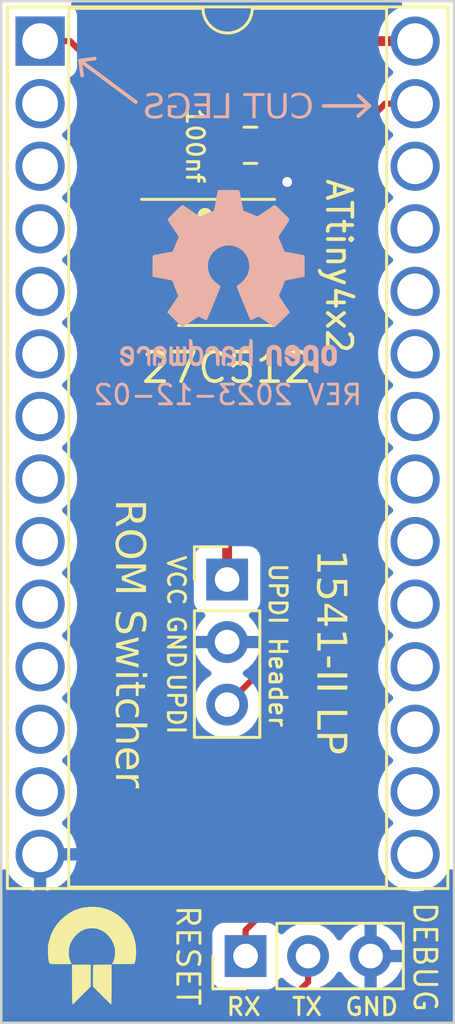
<source format=kicad_pcb>
(kicad_pcb (version 20221018) (generator pcbnew)
  (layers (0 "F.Cu" signal) (31 "B.Cu" signal) (34 "B.Paste" user) (35 "F.Paste" user) (36 "B.SilkS" user "B.Silkscreen") (37 "F.SilkS" user "F.Silkscreen") (38 "B.Mask" user) (39 "F.Mask" user) (44 "Edge.Cuts" user))
  (property "REV" "2023-12-02")
  (net 0 "")
  (net 1 "GND")
  (net 2 "VCC")
  (net 3 "/UPDI")
  (net 4 "/TX")
  (net 29 "/A15")
  (net 30 "/A14")
  (net 31 "/RX")
  (footprint "Package_SO:SOIC-8_3.9x4.9mm_P1.27mm" (layer "F.Cu") (at 174.245 101.475)
    (fp_text reference "U2" hide)
    (fp_text value "ATtiny402-SS" hide)
    (fp_line (start 0 -2.56) (end -3.45 -2.56) (stroke (width 0.12)) (layer "F.SilkS"))
    (fp_line (start 0 -2.56) (end 1.95 -2.56) (stroke (width 0.12)) (layer "F.SilkS"))
    (fp_line (start 0 2.56) (end -1.95 2.56) (stroke (width 0.12)) (layer "F.SilkS"))
    (fp_line (start 0 2.56) (end 1.95 2.56) (stroke (width 0.12)) (layer "F.SilkS"))
    (pad "1" smd roundrect (at -2.475 -1.905) (size 1.95 0.6) (layers "F.Cu" "F.Paste" "F.Mask") (net 2 "VCC"))
    (pad "2" smd roundrect (at -2.475 -0.635) (size 1.95 0.6) (layers "F.Cu" "F.Paste" "F.Mask") (net 29 "/A15"))
    (pad "3" smd roundrect (at -2.475 0.635) (size 1.95 0.6) (layers "F.Cu" "F.Paste" "F.Mask"))
    (pad "4" smd roundrect (at -2.475 1.905) (size 1.95 0.6) (layers "F.Cu" "F.Paste" "F.Mask") (net 4 "/TX"))
    (pad "5" smd roundrect (at 2.475 1.905) (size 1.95 0.6) (layers "F.Cu" "F.Paste" "F.Mask") (net 31 "/RX"))
    (pad "6" smd roundrect (at 2.475 0.635) (size 1.95 0.6) (layers "F.Cu" "F.Paste" "F.Mask") (net 3 "/UPDI"))
    (pad "7" smd roundrect (at 2.475 -0.635) (size 1.95 0.6) (layers "F.Cu" "F.Paste" "F.Mask") (net 30 "/A14"))
    (pad "8" smd roundrect (at 2.475 -1.905) (size 1.95 0.6) (layers "F.Cu" "F.Paste" "F.Mask") (net 1 "GND"))
  )
  (footprint "Connector_PinHeader_2.54mm:PinHeader_1x03_P2.54mm_Vertical" (layer "F.Cu") (at 174.27 114.35)
    (fp_text reference "J1" hide)
    (fp_text value "UPDI Header" hide)
    (fp_line (start -1.33 -1.33) (end 0 -1.33) (stroke (width 0.12)) (layer "F.SilkS"))
    (fp_line (start -1.33 0) (end -1.33 -1.33) (stroke (width 0.12)) (layer "F.SilkS"))
    (fp_line (start -1.33 1.27) (end -1.33 6.41) (stroke (width 0.12)) (layer "F.SilkS"))
    (fp_line (start -1.33 1.27) (end 1.33 1.27) (stroke (width 0.12)) (layer "F.SilkS"))
    (fp_line (start -1.33 6.41) (end 1.33 6.41) (stroke (width 0.12)) (layer "F.SilkS"))
    (fp_line (start 1.33 1.27) (end 1.33 6.41) (stroke (width 0.12)) (layer "F.SilkS"))
    (pad "1" thru_hole rect (at 0 0) (size 1.7 1.7) (drill 1) (layers "*.Cu" "*.Mask") (net 2 "VCC"))
    (pad "2" thru_hole oval (at 0 2.54) (size 1.7 1.7) (drill 1) (layers "*.Cu" "*.Mask") (net 1 "GND"))
    (pad "3" thru_hole oval (at 0 5.08) (size 1.7 1.7) (drill 1) (layers "*.Cu" "*.Mask") (net 3 "/UPDI"))
  )
  (footprint "1541-II-low-profile-rom-switcher:DIP-28_W15.24mm_Socket_Wide_Holes" (layer "F.Cu") (at 166.67 92.49)
    (fp_text reference "U1" hide)
    (fp_text value "27C512" hide)
    (fp_line (start -1.33 -1.39) (end -1.33 34.41) (stroke (width 0.12)) (layer "F.SilkS"))
    (fp_line (start -1.33 34.41) (end 16.57 34.41) (stroke (width 0.12)) (layer "F.SilkS"))
    (fp_line (start 1.16 -1.33) (end 1.16 34.35) (stroke (width 0.12)) (layer "F.SilkS"))
    (fp_line (start 1.16 34.35) (end 14.08 34.35) (stroke (width 0.12)) (layer "F.SilkS"))
    (fp_line (start 6.62 -1.33) (end 1.16 -1.33) (stroke (width 0.12)) (layer "F.SilkS"))
    (fp_line (start 14.08 -1.33) (end 8.62 -1.33) (stroke (width 0.12)) (layer "F.SilkS"))
    (fp_line (start 14.08 34.35) (end 14.08 -1.33) (stroke (width 0.12)) (layer "F.SilkS"))
    (fp_line (start 16.57 -1.39) (end -1.33 -1.39) (stroke (width 0.12)) (layer "F.SilkS"))
    (fp_line (start 16.57 34.41) (end 16.57 -1.39) (stroke (width 0.12)) (layer "F.SilkS"))
    (fp_arc (start 8.62 -1.33) (mid 7.62 -0.33) (end 6.62 -1.33) (stroke (width 0.12)) (layer "F.SilkS"))
    (pad "1" thru_hole rect locked (at 0 0) (size 2 2) (drill 1.45) (layers "*.Cu" "*.Mask") (net 29 "/A15"))
    (pad "2" thru_hole oval locked (at 0 2.54) (size 2 2) (drill 1.45) (layers "*.Cu" "*.Mask"))
    (pad "3" thru_hole oval locked (at 0 5.08) (size 2 2) (drill 1.45) (layers "*.Cu" "*.Mask"))
    (pad "4" thru_hole oval locked (at 0 7.62) (size 2 2) (drill 1.45) (layers "*.Cu" "*.Mask"))
    (pad "5" thru_hole oval locked (at 0 10.16) (size 2 2) (drill 1.45) (layers "*.Cu" "*.Mask"))
    (pad "6" thru_hole oval locked (at 0 12.7) (size 2 2) (drill 1.45) (layers "*.Cu" "*.Mask"))
    (pad "7" thru_hole oval locked (at 0 15.24) (size 2 2) (drill 1.45) (layers "*.Cu" "*.Mask"))
    (pad "8" thru_hole oval locked (at 0 17.78) (size 2 2) (drill 1.45) (layers "*.Cu" "*.Mask"))
    (pad "9" thru_hole oval locked (at 0 20.32) (size 2 2) (drill 1.45) (layers "*.Cu" "*.Mask"))
    (pad "10" thru_hole oval locked (at 0 22.86) (size 2 2) (drill 1.45) (layers "*.Cu" "*.Mask"))
    (pad "11" thru_hole oval locked (at 0 25.4) (size 2 2) (drill 1.45) (layers "*.Cu" "*.Mask"))
    (pad "12" thru_hole oval locked (at 0 27.94) (size 2 2) (drill 1.45) (layers "*.Cu" "*.Mask"))
    (pad "13" thru_hole oval locked (at 0 30.48) (size 2 2) (drill 1.45) (layers "*.Cu" "*.Mask"))
    (pad "14" thru_hole oval locked (at 0 33.02) (size 2 2) (drill 1.45) (layers "*.Cu" "*.Mask") (net 1 "GND"))
    (pad "15" thru_hole oval locked (at 15.24 33.02) (size 2 2) (drill 1.45) (layers "*.Cu" "*.Mask"))
    (pad "16" thru_hole oval locked (at 15.24 30.48) (size 2 2) (drill 1.45) (layers "*.Cu" "*.Mask"))
    (pad "17" thru_hole oval locked (at 15.24 27.94) (size 2 2) (drill 1.45) (layers "*.Cu" "*.Mask"))
    (pad "18" thru_hole oval locked (at 15.24 25.4) (size 2 2) (drill 1.45) (layers "*.Cu" "*.Mask"))
    (pad "19" thru_hole oval locked (at 15.24 22.86) (size 2 2) (drill 1.45) (layers "*.Cu" "*.Mask"))
    (pad "20" thru_hole oval locked (at 15.24 20.32) (size 2 2) (drill 1.45) (layers "*.Cu" "*.Mask"))
    (pad "21" thru_hole oval locked (at 15.24 17.78) (size 2 2) (drill 1.45) (layers "*.Cu" "*.Mask"))
    (pad "22" thru_hole oval locked (at 15.24 15.24) (size 2 2) (drill 1.45) (layers "*.Cu" "*.Mask"))
    (pad "23" thru_hole oval locked (at 15.24 12.7) (size 2 2) (drill 1.45) (layers "*.Cu" "*.Mask"))
    (pad "24" thru_hole oval locked (at 15.24 10.16) (size 2 2) (drill 1.45) (layers "*.Cu" "*.Mask"))
    (pad "25" thru_hole oval locked (at 15.24 7.62) (size 2 2) (drill 1.45) (layers "*.Cu" "*.Mask"))
    (pad "26" thru_hole oval locked (at 15.24 5.08) (size 2 2) (drill 1.45) (layers "*.Cu" "*.Mask"))
    (pad "27" thru_hole oval locked (at 15.24 2.54) (size 2 2) (drill 1.45) (layers "*.Cu" "*.Mask") (net 30 "/A14"))
    (pad "28" thru_hole oval locked (at 15.24 0) (size 2 2) (drill 1.45) (layers "*.Cu" "*.Mask") (net 2 "VCC"))
  )
  (footprint "Connector_PinHeader_2.54mm:PinHeader_1x03_P2.54mm_Vertical" (layer "F.Cu") (at 175.02 129.64 90)
    (fp_text reference "J2" hide)
    (fp_text value "UART" hide)
    (fp_line (start -1.33 -1.33) (end 0 -1.33) (stroke (width 0.12)) (layer "F.SilkS"))
    (fp_line (start -1.33 0) (end -1.33 -1.33) (stroke (width 0.12)) (layer "F.SilkS"))
    (fp_line (start -1.33 1.27) (end -1.33 6.41) (stroke (width 0.12)) (layer "F.SilkS"))
    (fp_line (start -1.33 1.27) (end 1.33 1.27) (stroke (width 0.12)) (layer "F.SilkS"))
    (fp_line (start -1.33 6.41) (end 1.33 6.41) (stroke (width 0.12)) (layer "F.SilkS"))
    (fp_line (start 1.33 1.27) (end 1.33 6.41) (stroke (width 0.12)) (layer "F.SilkS"))
    (pad "1" thru_hole rect (at 0 0 90) (size 1.7 1.7) (drill 1) (layers "*.Cu" "*.Mask") (net 31 "/RX"))
    (pad "2" thru_hole oval (at 0 2.54 90) (size 1.7 1.7) (drill 1) (layers "*.Cu" "*.Mask") (net 4 "/TX"))
    (pad "3" thru_hole oval (at 0 5.08 90) (size 1.7 1.7) (drill 1) (layers "*.Cu" "*.Mask") (net 1 "GND"))
  )
  (footprint "1541-II-low-profile-rom-switcher:c_logo" (layer "F.Cu") (at 168.78 129.63 -90)
    (fp_text reference "G***" hide)
    (fp_text value "LOGO" hide)
    (fp_poly (pts (xy 1.616719 0.421324) (xy 1.986888 0.79178) (xy 1.881144 0.802833) (xy 1.841289 0.80523) (xy 1.771763 0.807448) (xy 1.676806 0.80943) (xy 1.56066 0.811118) (xy 1.427564 0.812455) (xy 1.281761 0.813383) (xy 1.127489 0.813844) (xy 1.065737 0.813885) (xy 0.356074 0.813885) (xy 0.356074 0.432377) (xy 0.356074 0.050868) (xy 0.801312 0.050868) (xy 1.24655 0.050868)) (fill solid) (layer "F.SilkS"))
    (fp_poly (pts (xy 1.332469 -0.79667) (xy 1.484167 -0.795926) (xy 1.621775 -0.794751) (xy 1.742018 -0.793194) (xy 1.841619 -0.791309) (xy 1.917301 -0.789147) (xy 1.965787 -0.78676) (xy 1.983803 -0.784199) (xy 1.983845 -0.784068) (xy 1.972289 -0.769332) (xy 1.939564 -0.733731) (xy 1.888582 -0.680276) (xy 1.822255 -0.61198) (xy 1.743495 -0.531854) (xy 1.655215 -0.442908) (xy 1.614912 -0.402559) (xy 1.245979 -0.033912) (xy 0.822221 -0.03525) (xy 0.704933 -0.035949) (xy 0.598398 -0.037207) (xy 0.507466 -0.038919) (xy 0.436985 -0.040974) (xy 0.391805 -0.043267) (xy 0.377269 -0.045141) (xy 0.369895 -0.05672) (xy 0.364297 -0.086873) (xy 0.360296 -0.138804) (xy 0.357715 -0.215713) (xy 0.356374 -0.320803) (xy 0.356074 -0.425311) (xy 0.356074 -0.796929) (xy 1.16996 -0.796929)) (fill solid) (layer "F.SilkS"))
    (fp_poly (pts (xy -0.078709 -1.792802) (xy 0.051808 -1.783512) (xy 0.160002 -1.768348) (xy 0.228905 -1.751744) (xy 0.33064 -1.719651) (xy 0.335157 -1.266282) (xy 0.339674 -0.812912) (xy 0.275811 -0.84544) (xy 0.163232 -0.889515) (xy 0.031758 -0.91981) (xy -0.106868 -0.93504) (xy -0.240901 -0.933915) (xy -0.358597 -0.91515) (xy -0.359082 -0.915021) (xy -0.528636 -0.85417) (xy -0.68389 -0.767455) (xy -0.82128 -0.65836) (xy -0.937243 -0.530371) (xy -1.028215 -0.386971) (xy -1.090632 -0.231644) (xy -1.102004 -0.188635) (xy -1.114748 -0.097669) (xy -1.116852 0.010947) (xy -1.109141 0.12414) (xy -1.09244 0.228841) (xy -1.070919 0.303685) (xy -0.994563 0.45615) (xy -0.890164 0.595983) (xy -0.762639 0.718536) (xy -0.616903 0.819165) (xy -0.457872 0.893223) (xy -0.440855 0.899183) (xy -0.301878 0.93289) (xy -0.152783 0.945593) (xy -0.003206 0.937765) (xy 0.137217 0.909883) (xy 0.254025 0.864913) (xy 0.296473 0.844224) (xy 0.324943 0.832132) (xy 0.329965 0.830841) (xy 0.332422 0.847055) (xy 0.33463 0.892724) (xy 0.336496 0.963396) (xy 0.337927 1.054614) (xy 0.338832 1.161924) (xy 0.339118 1.271099) (xy 0.339429 1.40884) (xy 0.339307 1.516632) (xy 0.337169 1.598418) (xy 0.331433 1.658141) (xy 0.320516 1.699744) (xy 0.302835 1.727171) (xy 0.276807 1.744364) (xy 0.24085 1.755267) (xy 0.193382 1.763823) (xy 0.137627 1.77311) (xy 0.064701 1.782306) (xy -0.030744 1.789029) (xy -0.137871 1.79305) (xy -0.245846 1.794139) (xy -0.343831 1.792069) (xy -0.420993 1.786608) (xy -0.432377 1.785172) (xy -0.515921 1.769334) (xy -0.618748 1.743546) (xy -0.728964 1.711204) (xy -0.834679 1.675705) (xy -0.89225 1.6538) (xy -1.088751 1.557641) (xy -1.273925 1.43397) (xy -1.444467 1.286769) (xy -1.597074 1.12002) (xy -1.728441 0.937706) (xy -1.835265 0.74381) (xy -1.91424 0.542312) (xy -1.956455 0.37114) (xy -1.988475 0.109065) (xy -1.988632 -0.141476) (xy -1.956888 -0.380668) (xy -1.893202 -0.608695) (xy -1.797535 -0.825744) (xy -1.669846 -1.032) (xy -1.648539 -1.061198) (xy -1.48537 -1.253619) (xy -1.303853 -1.41777) (xy -1.105191 -1.553091) (xy -0.890585 -1.65902) (xy -0.661239 -1.734999) (xy -0.418354 -1.780467) (xy -0.163132 -1.794864)) (fill solid) (layer "F.SilkS"))
  )
  (footprint "Capacitor_SMD:C_0805_2012Metric" (layer "F.Cu") (at 175.22 96.72 180)
    (fp_text reference "C1" hide)
    (fp_text value "100nf" hide)
    (fp_line (start -0.261252 -0.735) (end 0.261252 -0.735) (stroke (width 0.12)) (layer "F.SilkS"))
    (fp_line (start -0.261252 0.735) (end 0.261252 0.735) (stroke (width 0.12)) (layer "F.SilkS"))
    (pad "1" smd roundrect (at -0.95 0 180) (size 1 1.45) (layers "F.Cu" "F.Paste" "F.Mask") (net 1 "GND"))
    (pad "2" smd roundrect (at 0.95 0 180) (size 1 1.45) (layers "F.Cu" "F.Paste" "F.Mask") (net 2 "VCC"))
  )
  (footprint "Symbol:OSHW-Logo2_9.8x8mm_SilkScreen" (layer "B.Cu") (at 174.33 102.25 180)
    (fp_text reference "REF**" hide)
    (fp_text value "OSHW-Logo2_9.8x8mm_SilkScreen" hide)
    (fp_poly (pts (xy 3.570807 -2.636782) (xy 3.594161 -2.646988) (xy 3.649902 -2.691134) (xy 3.697569 -2.754967) (xy 3.727048 -2.823087) (xy 3.731846 -2.85667) (xy 3.71576 -2.903556) (xy 3.680475 -2.928365) (xy 3.642644 -2.943387) (xy 3.625321 -2.946155) (xy 3.616886 -2.926066) (xy 3.60023 -2.882351) (xy 3.592923 -2.862598) (xy 3.551948 -2.794271) (xy 3.492622 -2.760191) (xy 3.416552 -2.761239) (xy 3.410918 -2.762581) (xy 3.370305 -2.781836) (xy 3.340448 -2.819375) (xy 3.320055 -2.879809) (xy 3.307836 -2.967751) (xy 3.3025 -3.087813) (xy 3.302 -3.151698) (xy 3.301752 -3.252403) (xy 3.300126 -3.321054) (xy 3.295801 -3.364673) (xy 3.287454 -3.390282) (xy 3.273765 -3.404903) (xy 3.253411 -3.415558) (xy 3.252234 -3.416095) (xy 3.213038 -3.432667) (xy 3.193619 -3.438769) (xy 3.190635 -3.420319) (xy 3.188081 -3.369323) (xy 3.18614 -3.292308) (xy 3.184997 -3.195805) (xy 3.184769 -3.125184) (xy 3.185932 -2.988525) (xy 3.190479 -2.884851) (xy 3.199999 -2.808108) (xy 3.216081 -2.752246) (xy 3.240313 -2.711212) (xy 3.274286 -2.678954) (xy 3.307833 -2.65644) (xy 3.388499 -2.626476) (xy 3.482381 -2.619718) (xy 3.570807 -2.636782)) (stroke (width 0.01)) (fill solid) (layer "B.SilkS"))
    (fp_poly (pts (xy -1.728336 -2.595089) (xy -1.665633 -2.631358) (xy -1.622039 -2.667358) (xy -1.590155 -2.705075) (xy -1.56819 -2.751199) (xy -1.554351 -2.812421) (xy -1.546847 -2.895431) (xy -1.543883 -3.006919) (xy -1.543539 -3.087062) (xy -1.543539 -3.382065) (xy -1.709615 -3.456515) (xy -1.719385 -3.133402) (xy -1.723421 -3.012729) (xy -1.727656 -2.925141) (xy -1.732903 -2.86465) (xy -1.739975 -2.825268) (xy -1.749689 -2.801007) (xy -1.762856 -2.78588) (xy -1.767081 -2.782606) (xy -1.831091 -2.757034) (xy -1.895792 -2.767153) (xy -1.934308 -2.794) (xy -1.949975 -2.813024) (xy -1.96082 -2.837988) (xy -1.967712 -2.875834) (xy -1.971521 -2.933502) (xy -1.973117 -3.017935) (xy -1.973385 -3.105928) (xy -1.973437 -3.216323) (xy -1.975328 -3.294463) (xy -1.981655 -3.347165) (xy -1.995017 -3.381242) (xy -2.018015 -3.403511) (xy -2.053246 -3.420787) (xy -2.100303 -3.438738) (xy -2.151697 -3.458278) (xy -2.145579 -3.111485) (xy -2.143116 -2.986468) (xy -2.140233 -2.894082) (xy -2.136102 -2.827881) (xy -2.129893 -2.78142) (xy -2.120774 -2.748256) (xy -2.107917 -2.721944) (xy -2.092416 -2.698729) (xy -2.017629 -2.624569) (xy -1.926372 -2.581684) (xy -1.827117 -2.571412) (xy -1.728336 -2.595089)) (stroke (width 0.01)) (fill solid) (layer "B.SilkS"))
    (fp_poly (pts (xy 0.713362 -2.62467) (xy 0.802117 -2.657421) (xy 0.874022 -2.71535) (xy 0.902144 -2.756128) (xy 0.932802 -2.830954) (xy 0.932165 -2.885058) (xy 0.899987 -2.921446) (xy 0.888081 -2.927633) (xy 0.836675 -2.946925) (xy 0.810422 -2.941982) (xy 0.80153 -2.909587) (xy 0.801077 -2.891692) (xy 0.784797 -2.825859) (xy 0.742365 -2.779807) (xy 0.683388 -2.757564) (xy 0.617475 -2.763161) (xy 0.563895 -2.792229) (xy 0.545798 -2.80881) (xy 0.532971 -2.828925) (xy 0.524306 -2.859332) (xy 0.518696 -2.906788) (xy 0.515035 -2.97805) (xy 0.512215 -3.079875) (xy 0.511484 -3.112115) (xy 0.50882 -3.22241) (xy 0.505792 -3.300036) (xy 0.50125 -3.351396) (xy 0.494046 -3.38289) (xy 0.483033 -3.40092) (xy 0.46706 -3.411888) (xy 0.456834 -3.416733) (xy 0.413406 -3.433301) (xy 0.387842 -3.438769) (xy 0.379395 -3.420507) (xy 0.374239 -3.365296) (xy 0.372346 -3.272499) (xy 0.373689 -3.141478) (xy 0.374107 -3.121269) (xy 0.377058 -3.001733) (xy 0.380548 -2.914449) (xy 0.385514 -2.852591) (xy 0.392893 -2.809336) (xy 0.403624 -2.77786) (xy 0.418645 -2.751339) (xy 0.426502 -2.739975) (xy 0.471553 -2.689692) (xy 0.52194 -2.650581) (xy 0.528108 -2.647167) (xy 0.618458 -2.620212) (xy 0.713362 -2.62467)) (stroke (width 0.01)) (fill solid) (layer "B.SilkS"))
    (fp_poly (pts (xy -0.840154 -2.49212) (xy -0.834428 -2.57198) (xy -0.827851 -2.619039) (xy -0.818738 -2.639566) (xy -0.805402 -2.639829) (xy -0.801077 -2.637378) (xy -0.743556 -2.619636) (xy -0.668732 -2.620672) (xy -0.592661 -2.63891) (xy -0.545082 -2.662505) (xy -0.496298 -2.700198) (xy -0.460636 -2.742855) (xy -0.436155 -2.797057) (xy -0.420913 -2.869384) (xy -0.41297 -2.966419) (xy -0.410384 -3.094742) (xy -0.410338 -3.119358) (xy -0.410308 -3.39587) (xy -0.471839 -3.41732) (xy -0.515541 -3.431912) (xy -0.539518 -3.438706) (xy -0.540223 -3.438769) (xy -0.542585 -3.420345) (xy -0.544594 -3.369526) (xy -0.546099 -3.292993) (xy -0.546947 -3.19743) (xy -0.547077 -3.139329) (xy -0.547349 -3.024771) (xy -0.548748 -2.942667) (xy -0.552151 -2.886393) (xy -0.558433 -2.849326) (xy -0.568471 -2.824844) (xy -0.583139 -2.806325) (xy -0.592298 -2.797406) (xy -0.655211 -2.761466) (xy -0.723864 -2.758775) (xy -0.786152 -2.78917) (xy -0.797671 -2.800144) (xy -0.814567 -2.820779) (xy -0.826286 -2.845256) (xy -0.833767 -2.880647) (xy -0.837946 -2.934026) (xy -0.839763 -3.012466) (xy -0.840154 -3.120617) (xy -0.840154 -3.39587) (xy -0.901685 -3.41732) (xy -0.945387 -3.431912) (xy -0.969364 -3.438706) (xy -0.97007 -3.438769) (xy -0.971874 -3.420069) (xy -0.9735 -3.367322) (xy -0.974883 -3.285557) (xy -0.975958 -3.179805) (xy -0.97666 -3.055094) (xy -0.976923 -2.916455) (xy -0.976923 -2.381806) (xy -0.849923 -2.328236) (xy -0.840154 -2.49212)) (stroke (width 0.01)) (fill solid) (layer "B.SilkS"))
    (fp_poly (pts (xy 2.395929 -2.636662) (xy 2.398911 -2.688068) (xy 2.401247 -2.766192) (xy 2.402749 -2.864857) (xy 2.403231 -2.968343) (xy 2.403231 -3.318533) (xy 2.341401 -3.380363) (xy 2.298793 -3.418462) (xy 2.26139 -3.433895) (xy 2.21027 -3.432918) (xy 2.189978 -3.430433) (xy 2.126554 -3.4232) (xy 2.074095 -3.419055) (xy 2.061308 -3.418672) (xy 2.018199 -3.421176) (xy 1.956544 -3.427462) (xy 1.932638 -3.430433) (xy 1.873922 -3.435028) (xy 1.834464 -3.425046) (xy 1.795338 -3.394228) (xy 1.781215 -3.380363) (xy 1.719385 -3.318533) (xy 1.719385 -2.663503) (xy 1.76915 -2.640829) (xy 1.812002 -2.624034) (xy 1.837073 -2.618154) (xy 1.843501 -2.636736) (xy 1.849509 -2.688655) (xy 1.854697 -2.768172) (xy 1.858664 -2.869546) (xy 1.860577 -2.955192) (xy 1.865923 -3.292231) (xy 1.91256 -3.298825) (xy 1.954976 -3.294214) (xy 1.97576 -3.279287) (xy 1.98157 -3.251377) (xy 1.98653 -3.191925) (xy 1.990246 -3.108466) (xy 1.992324 -3.008532) (xy 1.992624 -2.957104) (xy 1.992923 -2.661054) (xy 2.054454 -2.639604) (xy 2.098004 -2.62502) (xy 2.121694 -2.618219) (xy 2.122377 -2.618154) (xy 2.124754 -2.636642) (xy 2.127366 -2.687906) (xy 2.129995 -2.765649) (xy 2.132421 -2.863574) (xy 2.134115 -2.955192) (xy 2.139461 -3.292231) (xy 2.256692 -3.292231) (xy 2.262072 -2.984746) (xy 2.267451 -2.677261) (xy 2.324601 -2.647707) (xy 2.366797 -2.627413) (xy 2.39177 -2.618204) (xy 2.392491 -2.618154) (xy 2.395929 -2.636662)) (stroke (width 0.01)) (fill solid) (layer "B.SilkS"))
    (fp_poly (pts (xy -3.983114 -2.587256) (xy -3.891536 -2.635409) (xy -3.823951 -2.712905) (xy -3.799943 -2.762727) (xy -3.781262 -2.837533) (xy -3.771699 -2.932052) (xy -3.770792 -3.03521) (xy -3.778079 -3.135935) (xy -3.793097 -3.223153) (xy -3.815385 -3.285791) (xy -3.822235 -3.296579) (xy -3.903368 -3.377105) (xy -3.999734 -3.425336) (xy -4.104299 -3.43945) (xy -4.210032 -3.417629) (xy -4.239457 -3.404547) (xy -4.296759 -3.364231) (xy -4.34705 -3.310775) (xy -4.351803 -3.303995) (xy -4.371122 -3.271321) (xy -4.383892 -3.236394) (xy -4.391436 -3.190414) (xy -4.395076 -3.124584) (xy -4.396135 -3.030105) (xy -4.396154 -3.008923) (xy -4.396106 -3.002182) (xy -4.200769 -3.002182) (xy -4.199632 -3.091349) (xy -4.195159 -3.15052) (xy -4.185754 -3.188741) (xy -4.169824 -3.215053) (xy -4.161692 -3.223846) (xy -4.114942 -3.257261) (xy -4.069553 -3.255737) (xy -4.02366 -3.226752) (xy -3.996288 -3.195809) (xy -3.980077 -3.150643) (xy -3.970974 -3.07942) (xy -3.970349 -3.071114) (xy -3.968796 -2.942037) (xy -3.985035 -2.846172) (xy -4.018848 -2.784107) (xy -4.070016 -2.756432) (xy -4.08828 -2.754923) (xy -4.13624 -2.762513) (xy -4.169047 -2.788808) (xy -4.189105 -2.839095) (xy -4.198822 -2.918664) (xy -4.200769 -3.002182) (xy -4.396106 -3.002182) (xy -4.395426 -2.908249) (xy -4.392371 -2.837906) (xy -4.385678 -2.789163) (xy -4.37404 -2.753288) (xy -4.356147 -2.721548) (xy -4.352192 -2.715648) (xy -4.285733 -2.636104) (xy -4.213315 -2.589929) (xy -4.125151 -2.571599) (xy -4.095213 -2.570703) (xy -3.983114 -2.587256)) (stroke (width 0.01)) (fill solid) (layer "B.SilkS"))
    (fp_poly (pts (xy 4.245224 -2.647838) (xy 4.322528 -2.698361) (xy 4.359814 -2.74359) (xy 4.389353 -2.825663) (xy 4.391699 -2.890607) (xy 4.386385 -2.977445) (xy 4.186115 -3.065103) (xy 4.088739 -3.109887) (xy 4.025113 -3.145913) (xy 3.992029 -3.177117) (xy 3.98628 -3.207436) (xy 4.004658 -3.240805) (xy 4.024923 -3.262923) (xy 4.083889 -3.298393) (xy 4.148024 -3.300879) (xy 4.206926 -3.273235) (xy 4.250197 -3.21832) (xy 4.257936 -3.198928) (xy 4.295006 -3.138364) (xy 4.337654 -3.112552) (xy 4.396154 -3.090471) (xy 4.396154 -3.174184) (xy 4.390982 -3.23115) (xy 4.370723 -3.279189) (xy 4.328262 -3.334346) (xy 4.321951 -3.341514) (xy 4.27472 -3.390585) (xy 4.234121 -3.41692) (xy 4.183328 -3.429035) (xy 4.14122 -3.433003) (xy 4.065902 -3.433991) (xy 4.012286 -3.421466) (xy 3.978838 -3.402869) (xy 3.926268 -3.361975) (xy 3.889879 -3.317748) (xy 3.86685 -3.262126) (xy 3.854359 -3.187047) (xy 3.849587 -3.084449) (xy 3.849206 -3.032376) (xy 3.850501 -2.969948) (xy 3.968471 -2.969948) (xy 3.969839 -3.003438) (xy 3.973249 -3.008923) (xy 3.995753 -3.001472) (xy 4.044182 -2.981753) (xy 4.108908 -2.953718) (xy 4.122443 -2.947692) (xy 4.204244 -2.906096) (xy 4.249312 -2.869538) (xy 4.259217 -2.835296) (xy 4.235526 -2.800648) (xy 4.21596 -2.785339) (xy 4.14536 -2.754721) (xy 4.07928 -2.75978) (xy 4.023959 -2.797151) (xy 3.985636 -2.863473) (xy 3.973349 -2.916116) (xy 3.968471 -2.969948) (xy 3.850501 -2.969948) (xy 3.85173 -2.91072) (xy 3.861032 -2.82071) (xy 3.87946 -2.755167) (xy 3.90936 -2.706912) (xy 3.95308 -2.668767) (xy 3.972141 -2.65644) (xy 4.058726 -2.624336) (xy 4.153522 -2.622316) (xy 4.245224 -2.647838)) (stroke (width 0.01)) (fill solid) (layer "B.SilkS"))
    (fp_poly (pts (xy 1.602081 -2.780289) (xy 1.601833 -2.92632) (xy 1.600872 -3.038655) (xy 1.598794 -3.122678) (xy 1.595193 -3.183769) (xy 1.589665 -3.227309) (xy 1.581804 -3.258679) (xy 1.571207 -3.283262) (xy 1.563182 -3.297294) (xy 1.496728 -3.373388) (xy 1.41247 -3.421084) (xy 1.319249 -3.438199) (xy 1.2259 -3.422546) (xy 1.170312 -3.394418) (xy 1.111957 -3.34576) (xy 1.072186 -3.286333) (xy 1.04819 -3.208507) (xy 1.037161 -3.104652) (xy 1.035599 -3.028462) (xy 1.035809 -3.022986) (xy 1.172308 -3.022986) (xy 1.173141 -3.110355) (xy 1.176961 -3.168192) (xy 1.185746 -3.206029) (xy 1.201474 -3.233398) (xy 1.220266 -3.254042) (xy 1.283375 -3.29389) (xy 1.351137 -3.297295) (xy 1.415179 -3.264025) (xy 1.420164 -3.259517) (xy 1.441439 -3.236067) (xy 1.454779 -3.208166) (xy 1.462001 -3.166641) (xy 1.464923 -3.102316) (xy 1.465385 -3.0312) (xy 1.464383 -2.941858) (xy 1.460238 -2.882258) (xy 1.451236 -2.843089) (xy 1.435667 -2.81504) (xy 1.422902 -2.800144) (xy 1.3636 -2.762575) (xy 1.295301 -2.758057) (xy 1.23011 -2.786753) (xy 1.217528 -2.797406) (xy 1.196111 -2.821063) (xy 1.182744 -2.849251) (xy 1.175566 -2.891245) (xy 1.172719 -2.956319) (xy 1.172308 -3.022986) (xy 1.035809 -3.022986) (xy 1.040322 -2.905765) (xy 1.056362 -2.813577) (xy 1.086528 -2.744269) (xy 1.133629 -2.690211) (xy 1.170312 -2.662505) (xy 1.23699 -2.632572) (xy 1.314272 -2.618678) (xy 1.38611 -2.622397) (xy 1.426308 -2.6374) (xy 1.442082 -2.64167) (xy 1.45255 -2.62575) (xy 1.459856 -2.583089) (xy 1.465385 -2.518106) (xy 1.471437 -2.445732) (xy 1.479844 -2.402187) (xy 1.495141 -2.377287) (xy 1.521864 -2.360845) (xy 1.538654 -2.353564) (xy 1.602154 -2.326963) (xy 1.602081 -2.780289)) (stroke (width 0.01)) (fill solid) (layer "B.SilkS"))
    (fp_poly (pts (xy -2.465746 -2.599745) (xy -2.388714 -2.651567) (xy -2.329184 -2.726412) (xy -2.293622 -2.821654) (xy -2.286429 -2.891756) (xy -2.287246 -2.921009) (xy -2.294086 -2.943407) (xy -2.312888 -2.963474) (xy -2.349592 -2.985733) (xy -2.410138 -3.014709) (xy -2.500466 -3.054927) (xy -2.500923 -3.055129) (xy -2.584067 -3.09321) (xy -2.652247 -3.127025) (xy -2.698495 -3.152933) (xy -2.715842 -3.167295) (xy -2.715846 -3.167411) (xy -2.700557 -3.198685) (xy -2.664804 -3.233157) (xy -2.623758 -3.25799) (xy -2.602963 -3.262923) (xy -2.54623 -3.245862) (xy -2.497373 -3.203133) (xy -2.473535 -3.156155) (xy -2.450603 -3.121522) (xy -2.405682 -3.082081) (xy -2.352877 -3.048009) (xy -2.30629 -3.02948) (xy -2.296548 -3.028462) (xy -2.285582 -3.045215) (xy -2.284921 -3.088039) (xy -2.29298 -3.145781) (xy -2.308173 -3.207289) (xy -2.328914 -3.261409) (xy -2.329962 -3.26351) (xy -2.392379 -3.35066) (xy -2.473274 -3.409939) (xy -2.565144 -3.439034) (xy -2.660487 -3.435634) (xy -2.751802 -3.397428) (xy -2.755862 -3.394741) (xy -2.827694 -3.329642) (xy -2.874927 -3.244705) (xy -2.901066 -3.133021) (xy -2.904574 -3.101643) (xy -2.910787 -2.953536) (xy -2.903339 -2.884468) (xy -2.715846 -2.884468) (xy -2.71341 -2.927552) (xy -2.700086 -2.940126) (xy -2.666868 -2.930719) (xy -2.614506 -2.908483) (xy -2.555976 -2.88061) (xy -2.554521 -2.879872) (xy -2.504911 -2.853777) (xy -2.485 -2.836363) (xy -2.48991 -2.818107) (xy -2.510584 -2.79412) (xy -2.563181 -2.759406) (xy -2.619823 -2.756856) (xy -2.670631 -2.782119) (xy -2.705724 -2.830847) (xy -2.715846 -2.884468) (xy -2.903339 -2.884468) (xy -2.898008 -2.835036) (xy -2.865222 -2.741055) (xy -2.819579 -2.675215) (xy -2.737198 -2.608681) (xy -2.646454 -2.575676) (xy -2.553815 -2.573573) (xy -2.465746 -2.599745)) (stroke (width 0.01)) (fill solid) (layer "B.SilkS"))
    (fp_poly (pts (xy 0.053501 -2.626303) (xy 0.13006 -2.654733) (xy 0.130936 -2.655279) (xy 0.178285 -2.690127) (xy 0.213241 -2.730852) (xy 0.237825 -2.783925) (xy 0.254062 -2.855814) (xy 0.263975 -2.952992) (xy 0.269586 -3.081928) (xy 0.270077 -3.100298) (xy 0.277141 -3.377287) (xy 0.217695 -3.408028) (xy 0.174681 -3.428802) (xy 0.14871 -3.438646) (xy 0.147509 -3.438769) (xy 0.143014 -3.420606) (xy 0.139444 -3.371612) (xy 0.137248 -3.300031) (xy 0.136769 -3.242068) (xy 0.136758 -3.14817) (xy 0.132466 -3.089203) (xy 0.117503 -3.061079) (xy 0.085482 -3.059706) (xy 0.030014 -3.080998) (xy -0.053731 -3.120136) (xy -0.115311 -3.152643) (xy -0.146983 -3.180845) (xy -0.156294 -3.211582) (xy -0.156308 -3.213104) (xy -0.140943 -3.266054) (xy -0.095453 -3.29466) (xy -0.025834 -3.298803) (xy 0.024313 -3.298084) (xy 0.050754 -3.312527) (xy 0.067243 -3.347218) (xy 0.076733 -3.391416) (xy 0.063057 -3.416493) (xy 0.057907 -3.420082) (xy 0.009425 -3.434496) (xy -0.058469 -3.436537) (xy -0.128388 -3.426983) (xy -0.177932 -3.409522) (xy -0.24643 -3.351364) (xy -0.285366 -3.270408) (xy -0.293077 -3.20716) (xy -0.287193 -3.150111) (xy -0.265899 -3.103542) (xy -0.223735 -3.062181) (xy -0.155241 -3.020755) (xy -0.054956 -2.973993) (xy -0.048846 -2.97135) (xy 0.04149 -2.929617) (xy 0.097235 -2.895391) (xy 0.121129 -2.864635) (xy 0.115913 -2.833311) (xy 0.084328 -2.797383) (xy 0.074883 -2.789116) (xy 0.011617 -2.757058) (xy -0.053936 -2.758407) (xy -0.111028 -2.789838) (xy -0.148907 -2.848024) (xy -0.152426 -2.859446) (xy -0.1867 -2.914837) (xy -0.230191 -2.941518) (xy -0.293077 -2.96796) (xy -0.293077 -2.899548) (xy -0.273948 -2.80011) (xy -0.217169 -2.708902) (xy -0.187622 -2.678389) (xy -0.120458 -2.639228) (xy -0.035044 -2.6215) (xy 0.053501 -2.626303)) (stroke (width 0.01)) (fill solid) (layer "B.SilkS"))
    (fp_poly (pts (xy -3.231114 -2.584505) (xy -3.156461 -2.621727) (xy -3.090569 -2.690261) (xy -3.072423 -2.715648) (xy -3.052655 -2.748866) (xy -3.039828 -2.784945) (xy -3.03249 -2.833098) (xy -3.029187 -2.902536) (xy -3.028462 -2.994206) (xy -3.031737 -3.11983) (xy -3.043123 -3.214154) (xy -3.064959 -3.284523) (xy -3.099581 -3.338286) (xy -3.14933 -3.382788) (xy -3.152986 -3.385423) (xy -3.202015 -3.412377) (xy -3.261055 -3.425712) (xy -3.336141 -3.429) (xy -3.458205 -3.429) (xy -3.458256 -3.547497) (xy -3.459392 -3.613492) (xy -3.466314 -3.652202) (xy -3.484402 -3.675419) (xy -3.519038 -3.694933) (xy -3.527355 -3.69892) (xy -3.56628 -3.717603) (xy -3.596417 -3.729403) (xy -3.618826 -3.730422) (xy -3.634567 -3.716761) (xy -3.644698 -3.684522) (xy -3.650277 -3.629804) (xy -3.652365 -3.548711) (xy -3.652019 -3.437344) (xy -3.6503 -3.291802) (xy -3.649763 -3.248269) (xy -3.647828 -3.098205) (xy -3.646096 -3.000042) (xy -3.458308 -3.000042) (xy -3.457252 -3.083364) (xy -3.452562 -3.13788) (xy -3.441949 -3.173837) (xy -3.423128 -3.201482) (xy -3.41035 -3.214965) (xy -3.35811 -3.254417) (xy -3.311858 -3.257628) (xy -3.264133 -3.225049) (xy -3.262923 -3.223846) (xy -3.243506 -3.198668) (xy -3.231693 -3.164447) (xy -3.225735 -3.111748) (xy -3.22388 -3.031131) (xy -3.223846 -3.013271) (xy -3.22833 -2.902175) (xy -3.242926 -2.825161) (xy -3.26935 -2.778147) (xy -3.309317 -2.75705) (xy -3.332416 -2.754923) (xy -3.387238 -2.7649) (xy -3.424842 -2.797752) (xy -3.447477 -2.857857) (xy -3.457394 -2.949598) (xy -3.458308 -3.000042) (xy -3.646096 -3.000042) (xy -3.645778 -2.98206) (xy -3.643127 -2.894679) (xy -3.639394 -2.830905) (xy -3.634093 -2.785582) (xy -3.626742 -2.753555) (xy -3.616857 -2.729668) (xy -3.603954 -2.708764) (xy -3.598421 -2.700898) (xy -3.525031 -2.626595) (xy -3.43224 -2.584467) (xy -3.324904 -2.572722) (xy -3.231114 -2.584505)) (stroke (width 0.01)) (fill solid) (layer "B.SilkS"))
    (fp_poly (pts (xy 2.887333 -2.633528) (xy 2.94359 -2.659117) (xy 2.987747 -2.690124) (xy 3.020101 -2.724795) (xy 3.042438 -2.76952) (xy 3.056546 -2.830692) (xy 3.064211 -2.914701) (xy 3.06722 -3.02794) (xy 3.067538 -3.102509) (xy 3.067538 -3.39342) (xy 3.017773 -3.416095) (xy 2.978576 -3.432667) (xy 2.959157 -3.438769) (xy 2.955442 -3.42061) (xy 2.952495 -3.371648) (xy 2.950691 -3.300153) (xy 2.950308 -3.243385) (xy 2.948661 -3.161371) (xy 2.944222 -3.096309) (xy 2.93774 -3.056467) (xy 2.93259 -3.048) (xy 2.897977 -3.056646) (xy 2.84364 -3.078823) (xy 2.780722 -3.108886) (xy 2.720368 -3.141192) (xy 2.673721 -3.170098) (xy 2.651926 -3.189961) (xy 2.651839 -3.190175) (xy 2.653714 -3.226935) (xy 2.670525 -3.262026) (xy 2.700039 -3.290528) (xy 2.743116 -3.300061) (xy 2.779932 -3.29895) (xy 2.832074 -3.298133) (xy 2.859444 -3.310349) (xy 2.875882 -3.342624) (xy 2.877955 -3.34871) (xy 2.885081 -3.394739) (xy 2.866024 -3.422687) (xy 2.816353 -3.436007) (xy 2.762697 -3.43847) (xy 2.666142 -3.42021) (xy 2.616159 -3.394131) (xy 2.554429 -3.332868) (xy 2.52169 -3.25767) (xy 2.518753 -3.178211) (xy 2.546424 -3.104167) (xy 2.588047 -3.057769) (xy 2.629604 -3.031793) (xy 2.694922 -2.998907) (xy 2.771038 -2.965557) (xy 2.783726 -2.960461) (xy 2.867333 -2.923565) (xy 2.91553 -2.891046) (xy 2.93103 -2.858718) (xy 2.91655 -2.822394) (xy 2.891692 -2.794) (xy 2.832939 -2.759039) (xy 2.768293 -2.756417) (xy 2.709008 -2.783358) (xy 2.666339 -2.837088) (xy 2.660739 -2.85095) (xy 2.628133 -2.901936) (xy 2.58053 -2.939787) (xy 2.520461 -2.97085) (xy 2.520461 -2.882768) (xy 2.523997 -2.828951) (xy 2.539156 -2.786534) (xy 2.572768 -2.741279) (xy 2.605035 -2.70642) (xy 2.655209 -2.657062) (xy 2.694193 -2.630547) (xy 2.736064 -2.619911) (xy 2.78346 -2.618154) (xy 2.887333 -2.633528)) (stroke (width 0.01)) (fill solid) (layer "B.SilkS"))
    (fp_poly (pts (xy 0.139878 3.712224) (xy 0.245612 3.711645) (xy 0.322132 3.710078) (xy 0.374372 3.707028) (xy 0.407263 3.702004) (xy 0.425737 3.694511) (xy 0.434727 3.684056) (xy 0.439163 3.670147) (xy 0.439594 3.668346) (xy 0.446333 3.635855) (xy 0.458808 3.571748) (xy 0.475719 3.482849) (xy 0.495771 3.375981) (xy 0.517664 3.257967) (xy 0.518429 3.253822) (xy 0.540359 3.138169) (xy 0.560877 3.035986) (xy 0.578659 2.953402) (xy 0.592381 2.896544) (xy 0.600718 2.871542) (xy 0.601116 2.871099) (xy 0.625677 2.85889) (xy 0.676315 2.838544) (xy 0.742095 2.814455) (xy 0.742461 2.814326) (xy 0.825317 2.783182) (xy 0.923 2.743509) (xy 1.015077 2.703619) (xy 1.019434 2.701647) (xy 1.169407 2.63358) (xy 1.501498 2.860361) (xy 1.603374 2.929496) (xy 1.695657 2.991303) (xy 1.773003 3.042267) (xy 1.830064 3.078873) (xy 1.861495 3.097606) (xy 1.864479 3.098996) (xy 1.887321 3.09281) (xy 1.929982 3.062965) (xy 1.994128 3.008053) (xy 2.081421 2.926666) (xy 2.170535 2.840078) (xy 2.256441 2.754753) (xy 2.333327 2.676892) (xy 2.396564 2.611303) (xy 2.441523 2.562795) (xy 2.463576 2.536175) (xy 2.464396 2.534805) (xy 2.466834 2.516537) (xy 2.45765 2.486705) (xy 2.434574 2.441279) (xy 2.395337 2.37623) (xy 2.33767 2.28753) (xy 2.260795 2.173343) (xy 2.19257 2.072838) (xy 2.131582 1.982697) (xy 2.081356 1.908151) (xy 2.045416 1.854435) (xy 2.027287 1.826782) (xy 2.026146 1.824905) (xy 2.028359 1.79841) (xy 2.045138 1.746914) (xy 2.073142 1.680149) (xy 2.083122 1.658828) (xy 2.126672 1.563841) (xy 2.173134 1.456063) (xy 2.210877 1.362808) (xy 2.238073 1.293594) (xy 2.259675 1.240994) (xy 2.272158 1.213503) (xy 2.273709 1.211384) (xy 2.296668 1.207876) (xy 2.350786 1.198262) (xy 2.428868 1.183911) (xy 2.523719 1.166193) (xy 2.628143 1.146475) (xy 2.734944 1.126126) (xy 2.836926 1.106514) (xy 2.926894 1.089009) (xy 2.997653 1.074978) (xy 3.042006 1.065791) (xy 3.052885 1.063193) (xy 3.064122 1.056782) (xy 3.072605 1.042303) (xy 3.078714 1.014867) (xy 3.082832 0.969589) (xy 3.085341 0.90158) (xy 3.086621 0.805953) (xy 3.087054 0.67782) (xy 3.087077 0.625299) (xy 3.087077 0.198155) (xy 2.9845 0.177909) (xy 2.927431 0.16693) (xy 2.842269 0.150905) (xy 2.739372 0.131767) (xy 2.629096 0.111449) (xy 2.598615 0.105868) (xy 2.496855 0.086083) (xy 2.408205 0.066627) (xy 2.340108 0.049303) (xy 2.300004 0.035912) (xy 2.293323 0.031921) (xy 2.276919 0.003658) (xy 2.253399 -0.051109) (xy 2.227316 -0.121588) (xy 2.222142 -0.136769) (xy 2.187956 -0.230896) (xy 2.145523 -0.337101) (xy 2.103997 -0.432473) (xy 2.103792 -0.432916) (xy 2.03464 -0.582525) (xy 2.489512 -1.251617) (xy 2.1975 -1.544116) (xy 2.10918 -1.63117) (xy 2.028625 -1.707909) (xy 1.96036 -1.770237) (xy 1.908908 -1.814056) (xy 1.878794 -1.83527) (xy 1.874474 -1.836616) (xy 1.849111 -1.826016) (xy 1.797358 -1.796547) (xy 1.724868 -1.751705) (xy 1.637294 -1.694984) (xy 1.542612 -1.631462) (xy 1.446516 -1.566668) (xy 1.360837 -1.510287) (xy 1.291016 -1.465788) (xy 1.242494 -1.436639) (xy 1.220782 -1.426308) (xy 1.194293 -1.43505) (xy 1.144062 -1.458087) (xy 1.080451 -1.490631) (xy 1.073708 -1.494249) (xy 0.988046 -1.53721) (xy 0.929306 -1.558279) (xy 0.892772 -1.558503) (xy 0.873731 -1.538928) (xy 0.87362 -1.538654) (xy 0.864102 -1.515472) (xy 0.841403 -1.460441) (xy 0.807282 -1.377822) (xy 0.7635 -1.271872) (xy 0.711816 -1.146852) (xy 0.653992 -1.00702) (xy 0.597991 -0.871637) (xy 0.536447 -0.722234) (xy 0.479939 -0.583832) (xy 0.430161 -0.460673) (xy 0.388806 -0.357002) (xy 0.357568 -0.277059) (xy 0.338141 -0.225088) (xy 0.332154 -0.205692) (xy 0.347168 -0.183443) (xy 0.386439 -0.147982) (xy 0.438807 -0.108887) (xy 0.587941 0.014755) (xy 0.704511 0.156478) (xy 0.787118 0.313296) (xy 0.834366 0.482225) (xy 0.844857 0.660278) (xy 0.837231 0.742461) (xy 0.795682 0.912969) (xy 0.724123 1.063541) (xy 0.626995 1.192691) (xy 0.508734 1.298936) (xy 0.37378 1.38079) (xy 0.226571 1.436768) (xy 0.071544 1.465385) (xy -0.086861 1.465156) (xy -0.244206 1.434595) (xy -0.396054 1.372218) (xy -0.537965 1.27654) (xy -0.597197 1.222428) (xy -0.710797 1.08348) (xy -0.789894 0.931639) (xy -0.835014 0.771333) (xy -0.846684 0.606988) (xy -0.825431 0.443029) (xy -0.77178 0.283882) (xy -0.68626 0.133975) (xy -0.569395 -0.002267) (xy -0.438807 -0.108887) (xy -0.384412 -0.149642) (xy -0.345986 -0.184718) (xy -0.332154 -0.205726) (xy -0.339397 -0.228635) (xy -0.359995 -0.283365) (xy -0.392254 -0.365672) (xy -0.434479 -0.471315) (xy -0.484977 -0.59605) (xy -0.542052 -0.735636) (xy -0.598146 -0.87167) (xy -0.660033 -1.021201) (xy -0.717356 -1.159767) (xy -0.768356 -1.283107) (xy -0.811273 -1.386964) (xy -0.844347 -1.46708) (xy -0.865819 -1.519195) (xy -0.873775 -1.538654) (xy -0.892571 -1.558423) (xy -0.928926 -1.558365) (xy -0.987521 -1.537441) (xy -1.073032 -1.494613) (xy -1.073708 -1.494249) (xy -1.138093 -1.461012) (xy -1.190139 -1.436802) (xy -1.219488 -1.426404) (xy -1.220783 -1.426308) (xy -1.242876 -1.436855) (xy -1.291652 -1.466184) (xy -1.361669 -1.510827) (xy -1.447486 -1.567314) (xy -1.542612 -1.631462) (xy -1.63946 -1.696411) (xy -1.726747 -1.752896) (xy -1.798819 -1.797421) (xy -1.850023 -1.82649) (xy -1.874474 -1.836616) (xy -1.89699 -1.823307) (xy -1.942258 -1.786112) (xy -2.005756 -1.729128) (xy -2.082961 -1.656449) (xy -2.169349 -1.572171) (xy -2.197601 -1.544016) (xy -2.489713 -1.251416) (xy -2.267369 -0.925104) (xy -2.199798 -0.824897) (xy -2.140493 -0.734963) (xy -2.092783 -0.66051) (xy -2.059993 -0.606751) (xy -2.045452 -0.578894) (xy -2.045026 -0.576912) (xy -2.052692 -0.550655) (xy -2.073311 -0.497837) (xy -2.103315 -0.42731) (xy -2.124375 -0.380093) (xy -2.163752 -0.289694) (xy -2.200835 -0.198366) (xy -2.229585 -0.1212) (xy -2.237395 -0.097692) (xy -2.259583 -0.034916) (xy -2.281273 0.013589) (xy -2.293187 0.031921) (xy -2.319477 0.043141) (xy -2.376858 0.059046) (xy -2.457882 0.077833) (xy -2.555105 0.097701) (xy -2.598615 0.105868) (xy -2.709104 0.126171) (xy -2.815084 0.14583) (xy -2.906199 0.162912) (xy -2.972092 0.175482) (xy -2.9845 0.177909) (xy -3.087077 0.198155) (xy -3.087077 0.625299) (xy -3.086847 0.765754) (xy -3.085901 0.872021) (xy -3.083859 0.948987) (xy -3.080338 1.00154) (xy -3.074957 1.034567) (xy -3.067334 1.052955) (xy -3.057088 1.061592) (xy -3.052885 1.063193) (xy -3.02753 1.068873) (xy -2.971516 1.080205) (xy -2.892036 1.095821) (xy -2.796288 1.114353) (xy -2.691467 1.134431) (xy -2.584768 1.154688) (xy -2.483387 1.173754) (xy -2.394521 1.190261) (xy -2.325363 1.202841) (xy -2.283111 1.210125) (xy -2.27371 1.211384) (xy -2.265193 1.228237) (xy -2.24634 1.27313) (xy -2.220676 1.33757) (xy -2.210877 1.362808) (xy -2.171352 1.460314) (xy -2.124808 1.568041) (xy -2.083123 1.658828) (xy -2.05245 1.728247) (xy -2.032044 1.78529) (xy -2.025232 1.820223) (xy -2.026318 1.824905) (xy -2.040715 1.847009) (xy -2.073588 1.896169) (xy -2.12141 1.967152) (xy -2.180652 2.054722) (xy -2.247785 2.153643) (xy -2.261059 2.17317) (xy -2.338954 2.28886) (xy -2.396213 2.376956) (xy -2.435119 2.441514) (xy -2.457956 2.486589) (xy -2.467006 2.516237) (xy -2.464552 2.534515) (xy -2.464489 2.534631) (xy -2.445173 2.558639) (xy -2.402449 2.605053) (xy -2.340949 2.669063) (xy -2.265302 2.745855) (xy -2.180139 2.830618) (xy -2.170535 2.840078) (xy -2.06321 2.944011) (xy -1.980385 3.020325) (xy -1.920395 3.070429) (xy -1.881577 3.09573) (xy -1.86448 3.098996) (xy -1.839527 3.08475) (xy -1.787745 3.051844) (xy -1.71448 3.003792) (xy -1.62508 2.94411) (xy -1.524889 2.876312) (xy -1.501499 2.860361) (xy -1.169407 2.63358) (xy -1.019435 2.701647) (xy -0.92823 2.741315) (xy -0.830331 2.781209) (xy -0.746169 2.813017) (xy -0.742462 2.814326) (xy -0.676631 2.838424) (xy -0.625884 2.8588) (xy -0.601158 2.871064) (xy -0.601116 2.871099) (xy -0.593271 2.893266) (xy -0.579934 2.947783) (xy -0.56243 3.02852) (xy -0.542083 3.12935) (xy -0.520218 3.244144) (xy -0.518429 3.253822) (xy -0.496496 3.372096) (xy -0.47636 3.479458) (xy -0.45932 3.569083) (xy -0.446672 3.634149) (xy -0.439716 3.667832) (xy -0.439594 3.668346) (xy -0.435361 3.682675) (xy -0.427129 3.693493) (xy -0.409967 3.701294) (xy -0.378942 3.706571) (xy -0.329122 3.709818) (xy -0.255576 3.711528) (xy -0.153371 3.712193) (xy -0.017575 3.712307) (xy 0 3.712308) (xy 0.139878 3.712224)) (stroke (width 0.01)) (fill solid) (layer "B.SilkS"))
  )
  (gr_line (start 168.29125 93.28) (end 168.38 93.89) (stroke (width 0.15)) (layer "B.SilkS"))
  (gr_line (start 168.2925 93.28) (end 168.89 93.2) (stroke (width 0.15)) (layer "B.SilkS"))
  (gr_line (start 170.56 94.96) (end 168.29125 93.28) (stroke (width 0.15)) (layer "B.SilkS"))
  (gr_line (start 180.05 95.12) (end 179.61 94.7) (stroke (width 0.15)) (layer "B.SilkS"))
  (gr_line (start 180.05 95.12) (end 179.6 95.53) (stroke (width 0.15)) (layer "B.SilkS"))
  (gr_line (start 180.05 95.12) (end 178.19 95.12) (stroke (width 0.15)) (layer "B.SilkS"))
  (gr_circle (center 173.37 99.56) (end 173.592036 99.56) (stroke (width 0.15)) (fill solid) (layer "F.SilkS"))
  (gr_rect (start 165.09 90.87) (end 183.49 132.35) (stroke (width 0.1)) (fill none) (layer "Edge.Cuts"))
  (gr_text "REV ${REV}" (at 174.3 107.32) (layer "B.SilkS") (effects (font (size 0.8 0.8) (thickness 0.12)) (justify bottom mirror)))
  (gr_text "CUT LEGS" (at 177.79 95.79) (layer "B.SilkS") (effects (font (size 1 1)) (justify left bottom mirror)))
  (gr_text "RESET" (at 172.15 127.5 270) (layer "F.SilkS") (effects (font (size 0.9 0.9) (thickness 0.12)) (justify left bottom)))
  (gr_text "TX" (at 176.84 132.11) (layer "F.SilkS") (effects (font (size 0.7 0.7) (thickness 0.12) bold) (justify left bottom)))
  (gr_text "ROM Switcher" (at 169.55 116.96 270) (layer "F.SilkS") (effects (font (size 1.2 1.2)) (justify bottom)))
  (gr_text "RX" (at 174.18 132.11) (layer "F.SilkS") (effects (font (size 0.7 0.7) (thickness 0.12) bold) (justify left bottom)))
  (gr_text "GND" (at 179 132.11) (layer "F.SilkS") (effects (font (size 0.7 0.7) (thickness 0.12) bold) (justify left bottom)))
  (gr_text "DEBUG" (at 181.78 127.37 270) (layer "F.SilkS") (effects (font (size 0.9 0.9) (thickness 0.12)) (justify left bottom)))
  (gr_text "1541-II LP" (at 177.73 113.12 270) (layer "F.SilkS") (effects (font (size 1.2 1.2)) (justify left bottom)))
  (gr_text "GND" (at 172.2 116.89 270) (layer "F.SilkS") (effects (font (size 0.7 0.7) (thickness 0.12) bold)))
  (gr_text "100nf" (at 172.56 95.14 270) (layer "F.SilkS") (effects (font (size 0.7 0.7) (thickness 0.12) bold) (justify left bottom)))
  (gr_text "UPDI" (at 172.2 119.39 270) (layer "F.SilkS") (effects (font (size 0.7 0.7) (thickness 0.12) bold)))
  (gr_text "VCC" (at 172.2 114.39 270) (layer "F.SilkS") (effects (font (size 0.7 0.7) (thickness 0.12) bold)))
  (gr_text "UPDI Header" (at 176.33 117.02 270) (layer "F.SilkS") (effects (font (size 0.7 0.7) (thickness 0.12) bold)))
  (gr_text "27C512" (at 170.7 106.45) (layer "F.SilkS") (effects (font (size 1.2 1.2)) (justify left bottom)))
  (gr_text "ATtiny4x2" (at 178.23 98 270) (layer "F.SilkS") (effects (font (size 1 1)) (justify left bottom)))
  (segment (start 176.71 98.21) (end 176.72 98.2) (width 0.4) (layer "F.Cu") (net 1))
  (segment (start 176.72 98.22) (end 176.71 98.21) (width 0.4) (layer "F.Cu") (net 1))
  (segment (start 176.17 97.67) (end 176.71 98.21) (width 0.4) (layer "F.Cu") (net 1))
  (segment (start 176.17 96.72) (end 176.17 97.67) (width 0.4) (layer "F.Cu") (net 1))
  (segment (start 176.72 99.57) (end 176.72 98.22) (width 0.4) (layer "F.Cu") (net 1))
  (via (at 176.71 98.21) (size 0.8) (drill 0.4) (layers "F.Cu" "B.Cu") (net 1))
  (segment (start 174.27 96.72) (end 174.27 99.56) (width 0.4) (layer "F.Cu") (net 2))
  (segment (start 174.27 95.72) (end 177.5 92.49) (width 0.4) (layer "F.Cu") (net 2))
  (segment (start 174.26 99.57) (end 174.27 99.56) (width 0.4) (layer "F.Cu") (net 2))
  (segment (start 174.27 96.72) (end 174.27 95.72) (width 0.4) (layer "F.Cu") (net 2))
  (segment (start 171.77 99.57) (end 174.26 99.57) (width 0.4) (layer "F.Cu") (net 2))
  (segment (start 174.27 99.56) (end 174.27 114.35) (width 0.4) (layer "F.Cu") (net 2))
  (segment (start 177.5 92.49) (end 181.91 92.49) (width 0.4) (layer "F.Cu") (net 2))
  (segment (start 175.33 102.33) (end 175.33 104.48) (width 0.25) (layer "F.Cu") (net 3))
  (segment (start 175.55 102.11) (end 175.33 102.33) (width 0.25) (layer "F.Cu") (net 3))
  (segment (start 175.33 104.48) (end 176.11 105.26) (width 0.25) (layer "F.Cu") (net 3))
  (segment (start 176.11 117.59) (end 174.27 119.43) (width 0.25) (layer "F.Cu") (net 3))
  (segment (start 176.72 102.11) (end 175.55 102.11) (width 0.25) (layer "F.Cu") (net 3))
  (segment (start 176.11 105.26) (end 176.11 117.59) (width 0.25) (layer "F.Cu") (net 3))
  (segment (start 173.94 131.29) (end 171.77 129.12) (width 0.25) (layer "F.Cu") (net 4))
  (segment (start 177.56 129.64) (end 177.56 130.69) (width 0.25) (layer "F.Cu") (net 4))
  (segment (start 171.77 103.38) (end 171.76 103.39) (width 0.25) (layer "F.Cu") (net 4))
  (segment (start 171.77 129.12) (end 171.77 103.38) (width 0.25) (layer "F.Cu") (net 4))
  (segment (start 177.56 130.69) (end 176.96 131.29) (width 0.25) (layer "F.Cu") (net 4))
  (segment (start 176.96 131.29) (end 173.94 131.29) (width 0.25) (layer "F.Cu") (net 4))
  (segment (start 169.77 100.09) (end 170.52 100.84) (width 0.25) (layer "F.Cu") (net 29))
  (segment (start 169.77 94.37) (end 169.77 100.09) (width 0.25) (layer "F.Cu") (net 29))
  (segment (start 170.52 100.84) (end 171.77 100.84) (width 0.25) (layer "F.Cu") (net 29))
  (segment (start 166.67 92.49) (end 167.89 92.49) (width 0.25) (layer "F.Cu") (net 29))
  (segment (start 167.89 92.49) (end 169.77 94.37) (width 0.25) (layer "F.Cu") (net 29))
  (segment (start 176.72 100.84) (end 177.96 100.84) (width 0.25) (layer "F.Cu") (net 30))
  (segment (start 178.78 96.94) (end 180.69 95.03) (width 0.25) (layer "F.Cu") (net 30))
  (segment (start 178.78 100.02) (end 178.78 96.94) (width 0.25) (layer "F.Cu") (net 30))
  (segment (start 177.96 100.84) (end 178.78 100.02) (width 0.25) (layer "F.Cu") (net 30))
  (segment (start 180.69 95.03) (end 181.91 95.03) (width 0.25) (layer "F.Cu") (net 30))
  (segment (start 176.7225 126.38) (end 176.7225 103.3825) (width 0.25) (layer "F.Cu") (net 31))
  (segment (start 176.7225 103.3825) (end 176.72 103.38) (width 0.25) (layer "F.Cu") (net 31))
  (segment (start 175.02 128.59) (end 176.7225 126.8875) (width 0.25) (layer "F.Cu") (net 31))
  (segment (start 176.7225 126.8875) (end 176.7225 126.38) (width 0.25) (layer "F.Cu") (net 31))
  (segment (start 175.02 129.64) (end 175.02 128.59) (width 0.25) (layer "F.Cu") (net 31))
  (zone (net 1) (net_name "GND") (layer "B.Cu") (connect_pads (clearance 0.5)) (min_thickness 0.25) (fill yes (thermal_gap 0.5) (thermal_bridge_width 0.5))
    (polygon (pts (xy 165.1 90.87) (xy 183.49 90.87) (xy 183.49 132.33) (xy 165.09 132.34)))
  )
)
</source>
